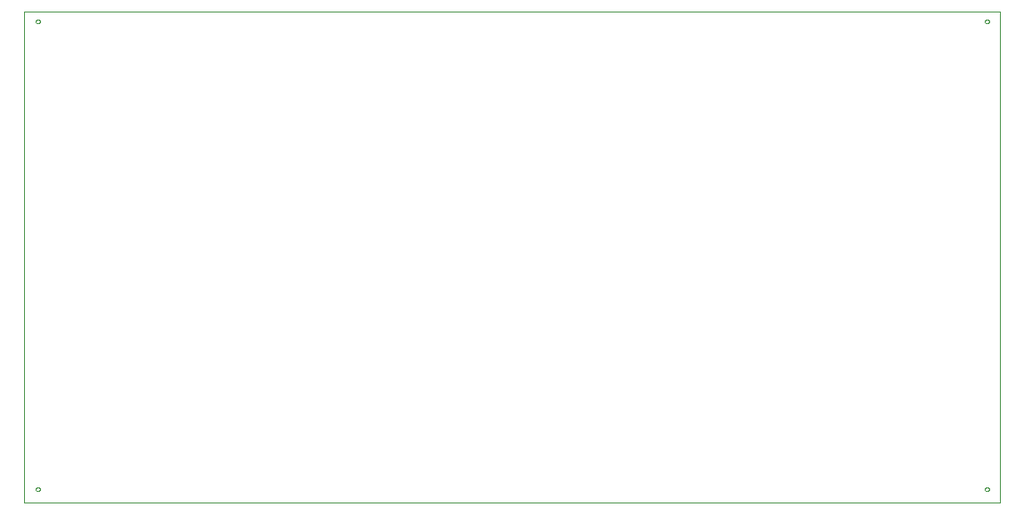
<source format=gko>
G75*
%MOIN*%
%OFA0B0*%
%FSLAX25Y25*%
%IPPOS*%
%LPD*%
%AMOC8*
5,1,8,0,0,1.08239X$1,22.5*
%
%ADD10C,0.00000*%
D10*
X0006800Y0006800D02*
X0006800Y0190501D01*
X0371721Y0190501D01*
X0371721Y0006800D01*
X0006800Y0006800D01*
X0011050Y0011800D02*
X0011052Y0011854D01*
X0011058Y0011908D01*
X0011068Y0011961D01*
X0011081Y0012014D01*
X0011098Y0012065D01*
X0011119Y0012115D01*
X0011144Y0012163D01*
X0011172Y0012210D01*
X0011203Y0012254D01*
X0011237Y0012296D01*
X0011274Y0012335D01*
X0011314Y0012372D01*
X0011357Y0012405D01*
X0011402Y0012436D01*
X0011449Y0012463D01*
X0011497Y0012486D01*
X0011548Y0012506D01*
X0011599Y0012523D01*
X0011652Y0012535D01*
X0011705Y0012544D01*
X0011759Y0012549D01*
X0011814Y0012550D01*
X0011868Y0012547D01*
X0011921Y0012540D01*
X0011974Y0012529D01*
X0012027Y0012515D01*
X0012078Y0012497D01*
X0012127Y0012475D01*
X0012175Y0012450D01*
X0012221Y0012421D01*
X0012265Y0012389D01*
X0012306Y0012354D01*
X0012344Y0012316D01*
X0012380Y0012275D01*
X0012413Y0012232D01*
X0012443Y0012187D01*
X0012469Y0012139D01*
X0012492Y0012090D01*
X0012511Y0012039D01*
X0012526Y0011988D01*
X0012538Y0011935D01*
X0012546Y0011881D01*
X0012550Y0011827D01*
X0012550Y0011773D01*
X0012546Y0011719D01*
X0012538Y0011665D01*
X0012526Y0011612D01*
X0012511Y0011561D01*
X0012492Y0011510D01*
X0012469Y0011461D01*
X0012443Y0011413D01*
X0012413Y0011368D01*
X0012380Y0011325D01*
X0012344Y0011284D01*
X0012306Y0011246D01*
X0012265Y0011211D01*
X0012221Y0011179D01*
X0012175Y0011150D01*
X0012127Y0011125D01*
X0012078Y0011103D01*
X0012027Y0011085D01*
X0011974Y0011071D01*
X0011921Y0011060D01*
X0011868Y0011053D01*
X0011814Y0011050D01*
X0011759Y0011051D01*
X0011705Y0011056D01*
X0011652Y0011065D01*
X0011599Y0011077D01*
X0011548Y0011094D01*
X0011497Y0011114D01*
X0011449Y0011137D01*
X0011402Y0011164D01*
X0011357Y0011195D01*
X0011314Y0011228D01*
X0011274Y0011265D01*
X0011237Y0011304D01*
X0011203Y0011346D01*
X0011172Y0011390D01*
X0011144Y0011437D01*
X0011119Y0011485D01*
X0011098Y0011535D01*
X0011081Y0011586D01*
X0011068Y0011639D01*
X0011058Y0011692D01*
X0011052Y0011746D01*
X0011050Y0011800D01*
X0011050Y0186800D02*
X0011052Y0186854D01*
X0011058Y0186908D01*
X0011068Y0186961D01*
X0011081Y0187014D01*
X0011098Y0187065D01*
X0011119Y0187115D01*
X0011144Y0187163D01*
X0011172Y0187210D01*
X0011203Y0187254D01*
X0011237Y0187296D01*
X0011274Y0187335D01*
X0011314Y0187372D01*
X0011357Y0187405D01*
X0011402Y0187436D01*
X0011449Y0187463D01*
X0011497Y0187486D01*
X0011548Y0187506D01*
X0011599Y0187523D01*
X0011652Y0187535D01*
X0011705Y0187544D01*
X0011759Y0187549D01*
X0011814Y0187550D01*
X0011868Y0187547D01*
X0011921Y0187540D01*
X0011974Y0187529D01*
X0012027Y0187515D01*
X0012078Y0187497D01*
X0012127Y0187475D01*
X0012175Y0187450D01*
X0012221Y0187421D01*
X0012265Y0187389D01*
X0012306Y0187354D01*
X0012344Y0187316D01*
X0012380Y0187275D01*
X0012413Y0187232D01*
X0012443Y0187187D01*
X0012469Y0187139D01*
X0012492Y0187090D01*
X0012511Y0187039D01*
X0012526Y0186988D01*
X0012538Y0186935D01*
X0012546Y0186881D01*
X0012550Y0186827D01*
X0012550Y0186773D01*
X0012546Y0186719D01*
X0012538Y0186665D01*
X0012526Y0186612D01*
X0012511Y0186561D01*
X0012492Y0186510D01*
X0012469Y0186461D01*
X0012443Y0186413D01*
X0012413Y0186368D01*
X0012380Y0186325D01*
X0012344Y0186284D01*
X0012306Y0186246D01*
X0012265Y0186211D01*
X0012221Y0186179D01*
X0012175Y0186150D01*
X0012127Y0186125D01*
X0012078Y0186103D01*
X0012027Y0186085D01*
X0011974Y0186071D01*
X0011921Y0186060D01*
X0011868Y0186053D01*
X0011814Y0186050D01*
X0011759Y0186051D01*
X0011705Y0186056D01*
X0011652Y0186065D01*
X0011599Y0186077D01*
X0011548Y0186094D01*
X0011497Y0186114D01*
X0011449Y0186137D01*
X0011402Y0186164D01*
X0011357Y0186195D01*
X0011314Y0186228D01*
X0011274Y0186265D01*
X0011237Y0186304D01*
X0011203Y0186346D01*
X0011172Y0186390D01*
X0011144Y0186437D01*
X0011119Y0186485D01*
X0011098Y0186535D01*
X0011081Y0186586D01*
X0011068Y0186639D01*
X0011058Y0186692D01*
X0011052Y0186746D01*
X0011050Y0186800D01*
X0366050Y0186800D02*
X0366052Y0186854D01*
X0366058Y0186908D01*
X0366068Y0186961D01*
X0366081Y0187014D01*
X0366098Y0187065D01*
X0366119Y0187115D01*
X0366144Y0187163D01*
X0366172Y0187210D01*
X0366203Y0187254D01*
X0366237Y0187296D01*
X0366274Y0187335D01*
X0366314Y0187372D01*
X0366357Y0187405D01*
X0366402Y0187436D01*
X0366449Y0187463D01*
X0366497Y0187486D01*
X0366548Y0187506D01*
X0366599Y0187523D01*
X0366652Y0187535D01*
X0366705Y0187544D01*
X0366759Y0187549D01*
X0366814Y0187550D01*
X0366868Y0187547D01*
X0366921Y0187540D01*
X0366974Y0187529D01*
X0367027Y0187515D01*
X0367078Y0187497D01*
X0367127Y0187475D01*
X0367175Y0187450D01*
X0367221Y0187421D01*
X0367265Y0187389D01*
X0367306Y0187354D01*
X0367344Y0187316D01*
X0367380Y0187275D01*
X0367413Y0187232D01*
X0367443Y0187187D01*
X0367469Y0187139D01*
X0367492Y0187090D01*
X0367511Y0187039D01*
X0367526Y0186988D01*
X0367538Y0186935D01*
X0367546Y0186881D01*
X0367550Y0186827D01*
X0367550Y0186773D01*
X0367546Y0186719D01*
X0367538Y0186665D01*
X0367526Y0186612D01*
X0367511Y0186561D01*
X0367492Y0186510D01*
X0367469Y0186461D01*
X0367443Y0186413D01*
X0367413Y0186368D01*
X0367380Y0186325D01*
X0367344Y0186284D01*
X0367306Y0186246D01*
X0367265Y0186211D01*
X0367221Y0186179D01*
X0367175Y0186150D01*
X0367127Y0186125D01*
X0367078Y0186103D01*
X0367027Y0186085D01*
X0366974Y0186071D01*
X0366921Y0186060D01*
X0366868Y0186053D01*
X0366814Y0186050D01*
X0366759Y0186051D01*
X0366705Y0186056D01*
X0366652Y0186065D01*
X0366599Y0186077D01*
X0366548Y0186094D01*
X0366497Y0186114D01*
X0366449Y0186137D01*
X0366402Y0186164D01*
X0366357Y0186195D01*
X0366314Y0186228D01*
X0366274Y0186265D01*
X0366237Y0186304D01*
X0366203Y0186346D01*
X0366172Y0186390D01*
X0366144Y0186437D01*
X0366119Y0186485D01*
X0366098Y0186535D01*
X0366081Y0186586D01*
X0366068Y0186639D01*
X0366058Y0186692D01*
X0366052Y0186746D01*
X0366050Y0186800D01*
X0366050Y0011800D02*
X0366052Y0011854D01*
X0366058Y0011908D01*
X0366068Y0011961D01*
X0366081Y0012014D01*
X0366098Y0012065D01*
X0366119Y0012115D01*
X0366144Y0012163D01*
X0366172Y0012210D01*
X0366203Y0012254D01*
X0366237Y0012296D01*
X0366274Y0012335D01*
X0366314Y0012372D01*
X0366357Y0012405D01*
X0366402Y0012436D01*
X0366449Y0012463D01*
X0366497Y0012486D01*
X0366548Y0012506D01*
X0366599Y0012523D01*
X0366652Y0012535D01*
X0366705Y0012544D01*
X0366759Y0012549D01*
X0366814Y0012550D01*
X0366868Y0012547D01*
X0366921Y0012540D01*
X0366974Y0012529D01*
X0367027Y0012515D01*
X0367078Y0012497D01*
X0367127Y0012475D01*
X0367175Y0012450D01*
X0367221Y0012421D01*
X0367265Y0012389D01*
X0367306Y0012354D01*
X0367344Y0012316D01*
X0367380Y0012275D01*
X0367413Y0012232D01*
X0367443Y0012187D01*
X0367469Y0012139D01*
X0367492Y0012090D01*
X0367511Y0012039D01*
X0367526Y0011988D01*
X0367538Y0011935D01*
X0367546Y0011881D01*
X0367550Y0011827D01*
X0367550Y0011773D01*
X0367546Y0011719D01*
X0367538Y0011665D01*
X0367526Y0011612D01*
X0367511Y0011561D01*
X0367492Y0011510D01*
X0367469Y0011461D01*
X0367443Y0011413D01*
X0367413Y0011368D01*
X0367380Y0011325D01*
X0367344Y0011284D01*
X0367306Y0011246D01*
X0367265Y0011211D01*
X0367221Y0011179D01*
X0367175Y0011150D01*
X0367127Y0011125D01*
X0367078Y0011103D01*
X0367027Y0011085D01*
X0366974Y0011071D01*
X0366921Y0011060D01*
X0366868Y0011053D01*
X0366814Y0011050D01*
X0366759Y0011051D01*
X0366705Y0011056D01*
X0366652Y0011065D01*
X0366599Y0011077D01*
X0366548Y0011094D01*
X0366497Y0011114D01*
X0366449Y0011137D01*
X0366402Y0011164D01*
X0366357Y0011195D01*
X0366314Y0011228D01*
X0366274Y0011265D01*
X0366237Y0011304D01*
X0366203Y0011346D01*
X0366172Y0011390D01*
X0366144Y0011437D01*
X0366119Y0011485D01*
X0366098Y0011535D01*
X0366081Y0011586D01*
X0366068Y0011639D01*
X0366058Y0011692D01*
X0366052Y0011746D01*
X0366050Y0011800D01*
M02*

</source>
